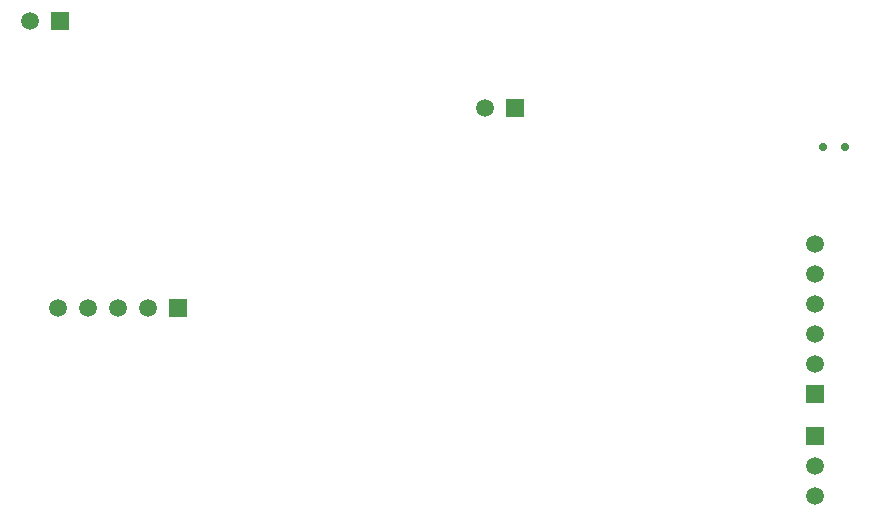
<source format=gbr>
%TF.GenerationSoftware,Altium Limited,Altium Designer,20.2.6 (244)*%
G04 Layer_Color=255*
%FSLAX45Y45*%
%MOMM*%
%TF.SameCoordinates,65E78103-6D03-462D-AAE3-041F84C347C7*%
%TF.FilePolarity,Positive*%
%TF.FileFunction,Pads,Bot*%
%TF.Part,Single*%
G01*
G75*
%TA.AperFunction,ComponentPad*%
%ADD80R,1.50000X1.50000*%
%ADD81C,1.50000*%
%ADD82C,0.70000*%
%ADD83R,1.50000X1.50000*%
D80*
X7140000Y8060000D02*
D03*
X4288000Y6370000D02*
D03*
X3284000Y8800000D02*
D03*
D81*
X6886000Y8060000D02*
D03*
X3272000Y6370000D02*
D03*
X3526000D02*
D03*
X3780000D02*
D03*
X4034000D02*
D03*
X3030000Y8800000D02*
D03*
X9680000Y4776000D02*
D03*
Y5030000D02*
D03*
Y5894000D02*
D03*
Y6148000D02*
D03*
Y6402000D02*
D03*
Y6656000D02*
D03*
Y6910000D02*
D03*
D82*
X9750000Y7730000D02*
D03*
X9930000D02*
D03*
D83*
X9680000Y5284000D02*
D03*
Y5640000D02*
D03*
%TF.MD5,5d7f1d953798ef58ba8c5e465b8b03c1*%
M02*

</source>
